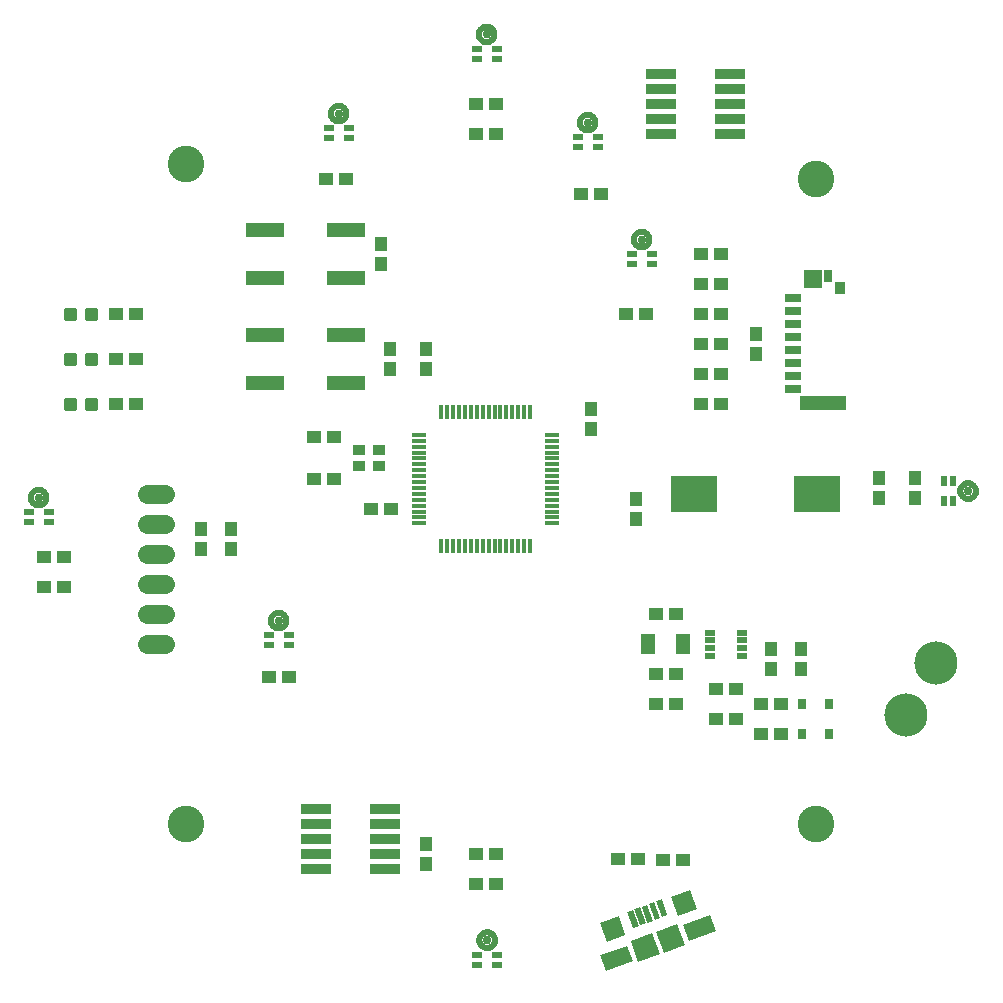
<source format=gbr>
G04 EAGLE Gerber RS-274X export*
G75*
%MOMM*%
%FSLAX34Y34*%
%LPD*%
%INSoldermask Top*%
%IPPOS*%
%AMOC8*
5,1,8,0,0,1.08239X$1,22.5*%
G01*
%ADD10R,1.201600X1.101600*%
%ADD11R,1.101600X1.201600*%
%ADD12C,0.396575*%
%ADD13R,0.731600X0.931600*%
%ADD14C,3.101600*%
%ADD15R,0.950000X0.500000*%
%ADD16R,1.451600X0.501600*%
%ADD17R,1.901600X1.901600*%
%ADD18R,2.401600X1.401600*%
%ADD19R,1.701600X1.701600*%
%ADD20C,3.657600*%
%ADD21R,1.301600X1.701600*%
%ADD22C,0.500000*%
%ADD23R,0.826600X0.623600*%
%ADD24C,0.751600*%
%ADD25R,0.623600X0.826600*%
%ADD26C,1.625600*%
%ADD27R,1.351600X0.701600*%
%ADD28R,3.901600X1.301600*%
%ADD29R,1.501600X1.551600*%
%ADD30R,0.701600X1.101600*%
%ADD31R,0.951600X1.051600*%
%ADD32R,1.301600X0.381600*%
%ADD33R,0.381600X1.301600*%
%ADD34R,2.501600X0.861600*%
%ADD35R,1.001600X0.851600*%
%ADD36R,3.301600X1.301600*%
%ADD37R,3.914400X3.101600*%


D10*
X143900Y-177800D03*
X160900Y-177800D03*
D11*
X266700Y-148200D03*
X266700Y-131200D03*
X241300Y-148200D03*
X241300Y-131200D03*
D10*
X194700Y-165100D03*
X211700Y-165100D03*
X194700Y-190500D03*
X211700Y-190500D03*
D11*
X-50800Y-313300D03*
X-50800Y-296300D03*
D10*
X-80400Y-12700D03*
X-97400Y-12700D03*
D11*
X88900Y55000D03*
X88900Y72000D03*
X363220Y13580D03*
X363220Y-3420D03*
D10*
X-8500Y-304800D03*
X8500Y-304800D03*
X-8500Y-330200D03*
X8500Y-330200D03*
D11*
X332740Y13580D03*
X332740Y-3420D03*
D10*
X-374260Y-53340D03*
X-357260Y-53340D03*
X-374260Y-78740D03*
X-357260Y-78740D03*
X-8500Y304800D03*
X8500Y304800D03*
X80400Y254000D03*
X97400Y254000D03*
X118500Y152400D03*
X135500Y152400D03*
X-183760Y-154940D03*
X-166760Y-154940D03*
X-135500Y266700D03*
X-118500Y266700D03*
X-145660Y48260D03*
X-128660Y48260D03*
X-145660Y12700D03*
X-128660Y12700D03*
D11*
X-215900Y-29600D03*
X-215900Y-46600D03*
X-241300Y-29600D03*
X-241300Y-46600D03*
D10*
X-8500Y330200D03*
X8500Y330200D03*
D11*
X228600Y135500D03*
X228600Y118500D03*
D12*
X-337655Y148875D02*
X-337655Y155925D01*
X-330605Y155925D01*
X-330605Y148875D01*
X-337655Y148875D01*
X-337655Y152643D02*
X-330605Y152643D01*
X-355195Y155925D02*
X-355195Y148875D01*
X-355195Y155925D02*
X-348145Y155925D01*
X-348145Y148875D01*
X-355195Y148875D01*
X-355195Y152643D02*
X-348145Y152643D01*
X-337655Y117825D02*
X-337655Y110775D01*
X-337655Y117825D02*
X-330605Y117825D01*
X-330605Y110775D01*
X-337655Y110775D01*
X-337655Y114543D02*
X-330605Y114543D01*
X-355195Y117825D02*
X-355195Y110775D01*
X-355195Y117825D02*
X-348145Y117825D01*
X-348145Y110775D01*
X-355195Y110775D01*
X-355195Y114543D02*
X-348145Y114543D01*
D13*
X267900Y-177800D03*
X290900Y-177800D03*
X267900Y-203200D03*
X290900Y-203200D03*
D12*
X-337655Y72675D02*
X-337655Y79725D01*
X-330605Y79725D01*
X-330605Y72675D01*
X-337655Y72675D01*
X-337655Y76443D02*
X-330605Y76443D01*
X-355195Y79725D02*
X-355195Y72675D01*
X-355195Y79725D02*
X-348145Y79725D01*
X-348145Y72675D01*
X-355195Y72675D01*
X-355195Y76443D02*
X-348145Y76443D01*
D14*
X-254000Y279400D03*
X-254000Y-279400D03*
X279400Y-279400D03*
X279400Y266700D03*
D15*
X216700Y-136750D03*
X216700Y-130250D03*
X216700Y-123750D03*
X216700Y-117250D03*
X189700Y-117250D03*
X189700Y-123750D03*
X189700Y-130250D03*
X189700Y-136750D03*
X189700Y-117250D03*
X189700Y-123750D03*
X189700Y-130250D03*
X189700Y-136750D03*
D16*
G36*
X124486Y-351991D02*
X129450Y-365631D01*
X124736Y-367347D01*
X119772Y-353707D01*
X124486Y-351991D01*
G37*
G36*
X130594Y-349768D02*
X135558Y-363408D01*
X130844Y-365124D01*
X125880Y-351484D01*
X130594Y-349768D01*
G37*
G36*
X136702Y-347545D02*
X141666Y-361185D01*
X136952Y-362901D01*
X131988Y-349261D01*
X136702Y-347545D01*
G37*
G36*
X142810Y-345321D02*
X147774Y-358961D01*
X143060Y-360677D01*
X138096Y-347037D01*
X142810Y-345321D01*
G37*
G36*
X148918Y-343098D02*
X153882Y-356738D01*
X149168Y-358454D01*
X144204Y-344814D01*
X148918Y-343098D01*
G37*
D17*
G36*
X147270Y-389740D02*
X129402Y-396244D01*
X122898Y-378376D01*
X140766Y-371872D01*
X147270Y-389740D01*
G37*
G36*
X168883Y-381873D02*
X151015Y-388377D01*
X144511Y-370509D01*
X162379Y-364005D01*
X168883Y-381873D01*
G37*
D18*
G36*
X124332Y-395428D02*
X101766Y-403642D01*
X96972Y-390472D01*
X119538Y-382258D01*
X124332Y-395428D01*
G37*
D19*
G36*
X118396Y-373272D02*
X102408Y-379092D01*
X96588Y-363104D01*
X112576Y-357284D01*
X118396Y-373272D01*
G37*
G36*
X178537Y-351382D02*
X162549Y-357202D01*
X156729Y-341214D01*
X172717Y-335394D01*
X178537Y-351382D01*
G37*
D18*
G36*
X194809Y-369777D02*
X172243Y-377991D01*
X167449Y-364821D01*
X190015Y-356607D01*
X194809Y-369777D01*
G37*
D20*
X355600Y-187097D03*
X381000Y-143103D03*
D21*
X167400Y-127000D03*
X137400Y-127000D03*
D22*
X-5805Y389160D02*
X-5803Y389323D01*
X-5797Y389485D01*
X-5787Y389647D01*
X-5773Y389809D01*
X-5755Y389971D01*
X-5733Y390132D01*
X-5707Y390293D01*
X-5678Y390452D01*
X-5644Y390612D01*
X-5606Y390770D01*
X-5565Y390927D01*
X-5520Y391083D01*
X-5471Y391238D01*
X-5418Y391392D01*
X-5361Y391544D01*
X-5301Y391695D01*
X-5237Y391845D01*
X-5169Y391993D01*
X-5098Y392139D01*
X-5023Y392283D01*
X-4944Y392425D01*
X-4862Y392566D01*
X-4777Y392704D01*
X-4688Y392841D01*
X-4596Y392975D01*
X-4501Y393107D01*
X-4403Y393236D01*
X-4301Y393363D01*
X-4197Y393487D01*
X-4089Y393609D01*
X-3978Y393728D01*
X-3865Y393845D01*
X-3748Y393958D01*
X-3629Y394069D01*
X-3507Y394177D01*
X-3383Y394281D01*
X-3256Y394383D01*
X-3127Y394481D01*
X-2995Y394576D01*
X-2861Y394668D01*
X-2724Y394757D01*
X-2586Y394842D01*
X-2445Y394924D01*
X-2303Y395003D01*
X-2159Y395078D01*
X-2013Y395149D01*
X-1865Y395217D01*
X-1715Y395281D01*
X-1564Y395341D01*
X-1412Y395398D01*
X-1258Y395451D01*
X-1103Y395500D01*
X-947Y395545D01*
X-790Y395586D01*
X-632Y395624D01*
X-472Y395658D01*
X-313Y395687D01*
X-152Y395713D01*
X9Y395735D01*
X171Y395753D01*
X333Y395767D01*
X495Y395777D01*
X657Y395783D01*
X820Y395785D01*
X983Y395783D01*
X1145Y395777D01*
X1307Y395767D01*
X1469Y395753D01*
X1631Y395735D01*
X1792Y395713D01*
X1953Y395687D01*
X2112Y395658D01*
X2272Y395624D01*
X2430Y395586D01*
X2587Y395545D01*
X2743Y395500D01*
X2898Y395451D01*
X3052Y395398D01*
X3204Y395341D01*
X3355Y395281D01*
X3505Y395217D01*
X3653Y395149D01*
X3799Y395078D01*
X3943Y395003D01*
X4085Y394924D01*
X4226Y394842D01*
X4364Y394757D01*
X4501Y394668D01*
X4635Y394576D01*
X4767Y394481D01*
X4896Y394383D01*
X5023Y394281D01*
X5147Y394177D01*
X5269Y394069D01*
X5388Y393958D01*
X5505Y393845D01*
X5618Y393728D01*
X5729Y393609D01*
X5837Y393487D01*
X5941Y393363D01*
X6043Y393236D01*
X6141Y393107D01*
X6236Y392975D01*
X6328Y392841D01*
X6417Y392704D01*
X6502Y392566D01*
X6584Y392425D01*
X6663Y392283D01*
X6738Y392139D01*
X6809Y391993D01*
X6877Y391845D01*
X6941Y391695D01*
X7001Y391544D01*
X7058Y391392D01*
X7111Y391238D01*
X7160Y391083D01*
X7205Y390927D01*
X7246Y390770D01*
X7284Y390612D01*
X7318Y390452D01*
X7347Y390293D01*
X7373Y390132D01*
X7395Y389971D01*
X7413Y389809D01*
X7427Y389647D01*
X7437Y389485D01*
X7443Y389323D01*
X7445Y389160D01*
X7443Y388997D01*
X7437Y388835D01*
X7427Y388673D01*
X7413Y388511D01*
X7395Y388349D01*
X7373Y388188D01*
X7347Y388027D01*
X7318Y387868D01*
X7284Y387708D01*
X7246Y387550D01*
X7205Y387393D01*
X7160Y387237D01*
X7111Y387082D01*
X7058Y386928D01*
X7001Y386776D01*
X6941Y386625D01*
X6877Y386475D01*
X6809Y386327D01*
X6738Y386181D01*
X6663Y386037D01*
X6584Y385895D01*
X6502Y385754D01*
X6417Y385616D01*
X6328Y385479D01*
X6236Y385345D01*
X6141Y385213D01*
X6043Y385084D01*
X5941Y384957D01*
X5837Y384833D01*
X5729Y384711D01*
X5618Y384592D01*
X5505Y384475D01*
X5388Y384362D01*
X5269Y384251D01*
X5147Y384143D01*
X5023Y384039D01*
X4896Y383937D01*
X4767Y383839D01*
X4635Y383744D01*
X4501Y383652D01*
X4364Y383563D01*
X4226Y383478D01*
X4085Y383396D01*
X3943Y383317D01*
X3799Y383242D01*
X3653Y383171D01*
X3505Y383103D01*
X3355Y383039D01*
X3204Y382979D01*
X3052Y382922D01*
X2898Y382869D01*
X2743Y382820D01*
X2587Y382775D01*
X2430Y382734D01*
X2272Y382696D01*
X2112Y382662D01*
X1953Y382633D01*
X1792Y382607D01*
X1631Y382585D01*
X1469Y382567D01*
X1307Y382553D01*
X1145Y382543D01*
X983Y382537D01*
X820Y382535D01*
X657Y382537D01*
X495Y382543D01*
X333Y382553D01*
X171Y382567D01*
X9Y382585D01*
X-152Y382607D01*
X-313Y382633D01*
X-472Y382662D01*
X-632Y382696D01*
X-790Y382734D01*
X-947Y382775D01*
X-1103Y382820D01*
X-1258Y382869D01*
X-1412Y382922D01*
X-1564Y382979D01*
X-1715Y383039D01*
X-1865Y383103D01*
X-2013Y383171D01*
X-2159Y383242D01*
X-2303Y383317D01*
X-2445Y383396D01*
X-2586Y383478D01*
X-2724Y383563D01*
X-2861Y383652D01*
X-2995Y383744D01*
X-3127Y383839D01*
X-3256Y383937D01*
X-3383Y384039D01*
X-3507Y384143D01*
X-3629Y384251D01*
X-3748Y384362D01*
X-3865Y384475D01*
X-3978Y384592D01*
X-4089Y384711D01*
X-4197Y384833D01*
X-4301Y384957D01*
X-4403Y385084D01*
X-4501Y385213D01*
X-4596Y385345D01*
X-4688Y385479D01*
X-4777Y385616D01*
X-4862Y385754D01*
X-4944Y385895D01*
X-5023Y386037D01*
X-5098Y386181D01*
X-5169Y386327D01*
X-5237Y386475D01*
X-5301Y386625D01*
X-5361Y386776D01*
X-5418Y386928D01*
X-5471Y387082D01*
X-5520Y387237D01*
X-5565Y387393D01*
X-5606Y387550D01*
X-5644Y387708D01*
X-5678Y387868D01*
X-5707Y388027D01*
X-5733Y388188D01*
X-5755Y388349D01*
X-5773Y388511D01*
X-5787Y388673D01*
X-5797Y388835D01*
X-5803Y388997D01*
X-5805Y389160D01*
D23*
X9195Y368420D03*
X9195Y376640D03*
X-7555Y376640D03*
X-7555Y368420D03*
D24*
X820Y389160D03*
D22*
X401825Y2540D02*
X401827Y2703D01*
X401833Y2865D01*
X401843Y3027D01*
X401857Y3189D01*
X401875Y3351D01*
X401897Y3512D01*
X401923Y3673D01*
X401952Y3832D01*
X401986Y3992D01*
X402024Y4150D01*
X402065Y4307D01*
X402110Y4463D01*
X402159Y4618D01*
X402212Y4772D01*
X402269Y4924D01*
X402329Y5075D01*
X402393Y5225D01*
X402461Y5373D01*
X402532Y5519D01*
X402607Y5663D01*
X402686Y5805D01*
X402768Y5946D01*
X402853Y6084D01*
X402942Y6221D01*
X403034Y6355D01*
X403129Y6487D01*
X403227Y6616D01*
X403329Y6743D01*
X403433Y6867D01*
X403541Y6989D01*
X403652Y7108D01*
X403765Y7225D01*
X403882Y7338D01*
X404001Y7449D01*
X404123Y7557D01*
X404247Y7661D01*
X404374Y7763D01*
X404503Y7861D01*
X404635Y7956D01*
X404769Y8048D01*
X404906Y8137D01*
X405044Y8222D01*
X405185Y8304D01*
X405327Y8383D01*
X405471Y8458D01*
X405617Y8529D01*
X405765Y8597D01*
X405915Y8661D01*
X406066Y8721D01*
X406218Y8778D01*
X406372Y8831D01*
X406527Y8880D01*
X406683Y8925D01*
X406840Y8966D01*
X406998Y9004D01*
X407158Y9038D01*
X407317Y9067D01*
X407478Y9093D01*
X407639Y9115D01*
X407801Y9133D01*
X407963Y9147D01*
X408125Y9157D01*
X408287Y9163D01*
X408450Y9165D01*
X408613Y9163D01*
X408775Y9157D01*
X408937Y9147D01*
X409099Y9133D01*
X409261Y9115D01*
X409422Y9093D01*
X409583Y9067D01*
X409742Y9038D01*
X409902Y9004D01*
X410060Y8966D01*
X410217Y8925D01*
X410373Y8880D01*
X410528Y8831D01*
X410682Y8778D01*
X410834Y8721D01*
X410985Y8661D01*
X411135Y8597D01*
X411283Y8529D01*
X411429Y8458D01*
X411573Y8383D01*
X411715Y8304D01*
X411856Y8222D01*
X411994Y8137D01*
X412131Y8048D01*
X412265Y7956D01*
X412397Y7861D01*
X412526Y7763D01*
X412653Y7661D01*
X412777Y7557D01*
X412899Y7449D01*
X413018Y7338D01*
X413135Y7225D01*
X413248Y7108D01*
X413359Y6989D01*
X413467Y6867D01*
X413571Y6743D01*
X413673Y6616D01*
X413771Y6487D01*
X413866Y6355D01*
X413958Y6221D01*
X414047Y6084D01*
X414132Y5946D01*
X414214Y5805D01*
X414293Y5663D01*
X414368Y5519D01*
X414439Y5373D01*
X414507Y5225D01*
X414571Y5075D01*
X414631Y4924D01*
X414688Y4772D01*
X414741Y4618D01*
X414790Y4463D01*
X414835Y4307D01*
X414876Y4150D01*
X414914Y3992D01*
X414948Y3832D01*
X414977Y3673D01*
X415003Y3512D01*
X415025Y3351D01*
X415043Y3189D01*
X415057Y3027D01*
X415067Y2865D01*
X415073Y2703D01*
X415075Y2540D01*
X415073Y2377D01*
X415067Y2215D01*
X415057Y2053D01*
X415043Y1891D01*
X415025Y1729D01*
X415003Y1568D01*
X414977Y1407D01*
X414948Y1248D01*
X414914Y1088D01*
X414876Y930D01*
X414835Y773D01*
X414790Y617D01*
X414741Y462D01*
X414688Y308D01*
X414631Y156D01*
X414571Y5D01*
X414507Y-145D01*
X414439Y-293D01*
X414368Y-439D01*
X414293Y-583D01*
X414214Y-725D01*
X414132Y-866D01*
X414047Y-1004D01*
X413958Y-1141D01*
X413866Y-1275D01*
X413771Y-1407D01*
X413673Y-1536D01*
X413571Y-1663D01*
X413467Y-1787D01*
X413359Y-1909D01*
X413248Y-2028D01*
X413135Y-2145D01*
X413018Y-2258D01*
X412899Y-2369D01*
X412777Y-2477D01*
X412653Y-2581D01*
X412526Y-2683D01*
X412397Y-2781D01*
X412265Y-2876D01*
X412131Y-2968D01*
X411994Y-3057D01*
X411856Y-3142D01*
X411715Y-3224D01*
X411573Y-3303D01*
X411429Y-3378D01*
X411283Y-3449D01*
X411135Y-3517D01*
X410985Y-3581D01*
X410834Y-3641D01*
X410682Y-3698D01*
X410528Y-3751D01*
X410373Y-3800D01*
X410217Y-3845D01*
X410060Y-3886D01*
X409902Y-3924D01*
X409742Y-3958D01*
X409583Y-3987D01*
X409422Y-4013D01*
X409261Y-4035D01*
X409099Y-4053D01*
X408937Y-4067D01*
X408775Y-4077D01*
X408613Y-4083D01*
X408450Y-4085D01*
X408287Y-4083D01*
X408125Y-4077D01*
X407963Y-4067D01*
X407801Y-4053D01*
X407639Y-4035D01*
X407478Y-4013D01*
X407317Y-3987D01*
X407158Y-3958D01*
X406998Y-3924D01*
X406840Y-3886D01*
X406683Y-3845D01*
X406527Y-3800D01*
X406372Y-3751D01*
X406218Y-3698D01*
X406066Y-3641D01*
X405915Y-3581D01*
X405765Y-3517D01*
X405617Y-3449D01*
X405471Y-3378D01*
X405327Y-3303D01*
X405185Y-3224D01*
X405044Y-3142D01*
X404906Y-3057D01*
X404769Y-2968D01*
X404635Y-2876D01*
X404503Y-2781D01*
X404374Y-2683D01*
X404247Y-2581D01*
X404123Y-2477D01*
X404001Y-2369D01*
X403882Y-2258D01*
X403765Y-2145D01*
X403652Y-2028D01*
X403541Y-1909D01*
X403433Y-1787D01*
X403329Y-1663D01*
X403227Y-1536D01*
X403129Y-1407D01*
X403034Y-1275D01*
X402942Y-1141D01*
X402853Y-1004D01*
X402768Y-866D01*
X402686Y-725D01*
X402607Y-583D01*
X402532Y-439D01*
X402461Y-293D01*
X402393Y-145D01*
X402329Y5D01*
X402269Y156D01*
X402212Y308D01*
X402159Y462D01*
X402110Y617D01*
X402065Y773D01*
X402024Y930D01*
X401986Y1088D01*
X401952Y1248D01*
X401923Y1407D01*
X401897Y1568D01*
X401875Y1729D01*
X401857Y1891D01*
X401843Y2053D01*
X401833Y2215D01*
X401827Y2377D01*
X401825Y2540D01*
D25*
X387710Y-5835D03*
X395930Y-5835D03*
X395930Y10915D03*
X387710Y10915D03*
D24*
X408450Y2540D03*
D22*
X-385085Y-3030D02*
X-385083Y-2867D01*
X-385077Y-2705D01*
X-385067Y-2543D01*
X-385053Y-2381D01*
X-385035Y-2219D01*
X-385013Y-2058D01*
X-384987Y-1897D01*
X-384958Y-1738D01*
X-384924Y-1578D01*
X-384886Y-1420D01*
X-384845Y-1263D01*
X-384800Y-1107D01*
X-384751Y-952D01*
X-384698Y-798D01*
X-384641Y-646D01*
X-384581Y-495D01*
X-384517Y-345D01*
X-384449Y-197D01*
X-384378Y-51D01*
X-384303Y93D01*
X-384224Y235D01*
X-384142Y376D01*
X-384057Y514D01*
X-383968Y651D01*
X-383876Y785D01*
X-383781Y917D01*
X-383683Y1046D01*
X-383581Y1173D01*
X-383477Y1297D01*
X-383369Y1419D01*
X-383258Y1538D01*
X-383145Y1655D01*
X-383028Y1768D01*
X-382909Y1879D01*
X-382787Y1987D01*
X-382663Y2091D01*
X-382536Y2193D01*
X-382407Y2291D01*
X-382275Y2386D01*
X-382141Y2478D01*
X-382004Y2567D01*
X-381866Y2652D01*
X-381725Y2734D01*
X-381583Y2813D01*
X-381439Y2888D01*
X-381293Y2959D01*
X-381145Y3027D01*
X-380995Y3091D01*
X-380844Y3151D01*
X-380692Y3208D01*
X-380538Y3261D01*
X-380383Y3310D01*
X-380227Y3355D01*
X-380070Y3396D01*
X-379912Y3434D01*
X-379752Y3468D01*
X-379593Y3497D01*
X-379432Y3523D01*
X-379271Y3545D01*
X-379109Y3563D01*
X-378947Y3577D01*
X-378785Y3587D01*
X-378623Y3593D01*
X-378460Y3595D01*
X-378297Y3593D01*
X-378135Y3587D01*
X-377973Y3577D01*
X-377811Y3563D01*
X-377649Y3545D01*
X-377488Y3523D01*
X-377327Y3497D01*
X-377168Y3468D01*
X-377008Y3434D01*
X-376850Y3396D01*
X-376693Y3355D01*
X-376537Y3310D01*
X-376382Y3261D01*
X-376228Y3208D01*
X-376076Y3151D01*
X-375925Y3091D01*
X-375775Y3027D01*
X-375627Y2959D01*
X-375481Y2888D01*
X-375337Y2813D01*
X-375195Y2734D01*
X-375054Y2652D01*
X-374916Y2567D01*
X-374779Y2478D01*
X-374645Y2386D01*
X-374513Y2291D01*
X-374384Y2193D01*
X-374257Y2091D01*
X-374133Y1987D01*
X-374011Y1879D01*
X-373892Y1768D01*
X-373775Y1655D01*
X-373662Y1538D01*
X-373551Y1419D01*
X-373443Y1297D01*
X-373339Y1173D01*
X-373237Y1046D01*
X-373139Y917D01*
X-373044Y785D01*
X-372952Y651D01*
X-372863Y514D01*
X-372778Y376D01*
X-372696Y235D01*
X-372617Y93D01*
X-372542Y-51D01*
X-372471Y-197D01*
X-372403Y-345D01*
X-372339Y-495D01*
X-372279Y-646D01*
X-372222Y-798D01*
X-372169Y-952D01*
X-372120Y-1107D01*
X-372075Y-1263D01*
X-372034Y-1420D01*
X-371996Y-1578D01*
X-371962Y-1738D01*
X-371933Y-1897D01*
X-371907Y-2058D01*
X-371885Y-2219D01*
X-371867Y-2381D01*
X-371853Y-2543D01*
X-371843Y-2705D01*
X-371837Y-2867D01*
X-371835Y-3030D01*
X-371837Y-3193D01*
X-371843Y-3355D01*
X-371853Y-3517D01*
X-371867Y-3679D01*
X-371885Y-3841D01*
X-371907Y-4002D01*
X-371933Y-4163D01*
X-371962Y-4322D01*
X-371996Y-4482D01*
X-372034Y-4640D01*
X-372075Y-4797D01*
X-372120Y-4953D01*
X-372169Y-5108D01*
X-372222Y-5262D01*
X-372279Y-5414D01*
X-372339Y-5565D01*
X-372403Y-5715D01*
X-372471Y-5863D01*
X-372542Y-6009D01*
X-372617Y-6153D01*
X-372696Y-6295D01*
X-372778Y-6436D01*
X-372863Y-6574D01*
X-372952Y-6711D01*
X-373044Y-6845D01*
X-373139Y-6977D01*
X-373237Y-7106D01*
X-373339Y-7233D01*
X-373443Y-7357D01*
X-373551Y-7479D01*
X-373662Y-7598D01*
X-373775Y-7715D01*
X-373892Y-7828D01*
X-374011Y-7939D01*
X-374133Y-8047D01*
X-374257Y-8151D01*
X-374384Y-8253D01*
X-374513Y-8351D01*
X-374645Y-8446D01*
X-374779Y-8538D01*
X-374916Y-8627D01*
X-375054Y-8712D01*
X-375195Y-8794D01*
X-375337Y-8873D01*
X-375481Y-8948D01*
X-375627Y-9019D01*
X-375775Y-9087D01*
X-375925Y-9151D01*
X-376076Y-9211D01*
X-376228Y-9268D01*
X-376382Y-9321D01*
X-376537Y-9370D01*
X-376693Y-9415D01*
X-376850Y-9456D01*
X-377008Y-9494D01*
X-377168Y-9528D01*
X-377327Y-9557D01*
X-377488Y-9583D01*
X-377649Y-9605D01*
X-377811Y-9623D01*
X-377973Y-9637D01*
X-378135Y-9647D01*
X-378297Y-9653D01*
X-378460Y-9655D01*
X-378623Y-9653D01*
X-378785Y-9647D01*
X-378947Y-9637D01*
X-379109Y-9623D01*
X-379271Y-9605D01*
X-379432Y-9583D01*
X-379593Y-9557D01*
X-379752Y-9528D01*
X-379912Y-9494D01*
X-380070Y-9456D01*
X-380227Y-9415D01*
X-380383Y-9370D01*
X-380538Y-9321D01*
X-380692Y-9268D01*
X-380844Y-9211D01*
X-380995Y-9151D01*
X-381145Y-9087D01*
X-381293Y-9019D01*
X-381439Y-8948D01*
X-381583Y-8873D01*
X-381725Y-8794D01*
X-381866Y-8712D01*
X-382004Y-8627D01*
X-382141Y-8538D01*
X-382275Y-8446D01*
X-382407Y-8351D01*
X-382536Y-8253D01*
X-382663Y-8151D01*
X-382787Y-8047D01*
X-382909Y-7939D01*
X-383028Y-7828D01*
X-383145Y-7715D01*
X-383258Y-7598D01*
X-383369Y-7479D01*
X-383477Y-7357D01*
X-383581Y-7233D01*
X-383683Y-7106D01*
X-383781Y-6977D01*
X-383876Y-6845D01*
X-383968Y-6711D01*
X-384057Y-6574D01*
X-384142Y-6436D01*
X-384224Y-6295D01*
X-384303Y-6153D01*
X-384378Y-6009D01*
X-384449Y-5863D01*
X-384517Y-5715D01*
X-384581Y-5565D01*
X-384641Y-5414D01*
X-384698Y-5262D01*
X-384751Y-5108D01*
X-384800Y-4953D01*
X-384845Y-4797D01*
X-384886Y-4640D01*
X-384924Y-4482D01*
X-384958Y-4322D01*
X-384987Y-4163D01*
X-385013Y-4002D01*
X-385035Y-3841D01*
X-385053Y-3679D01*
X-385067Y-3517D01*
X-385077Y-3355D01*
X-385083Y-3193D01*
X-385085Y-3030D01*
D23*
X-370085Y-23770D03*
X-370085Y-15550D03*
X-386835Y-15550D03*
X-386835Y-23770D03*
D24*
X-378460Y-3030D03*
D22*
X-5355Y-377680D02*
X-5353Y-377517D01*
X-5347Y-377355D01*
X-5337Y-377193D01*
X-5323Y-377031D01*
X-5305Y-376869D01*
X-5283Y-376708D01*
X-5257Y-376547D01*
X-5228Y-376388D01*
X-5194Y-376228D01*
X-5156Y-376070D01*
X-5115Y-375913D01*
X-5070Y-375757D01*
X-5021Y-375602D01*
X-4968Y-375448D01*
X-4911Y-375296D01*
X-4851Y-375145D01*
X-4787Y-374995D01*
X-4719Y-374847D01*
X-4648Y-374701D01*
X-4573Y-374557D01*
X-4494Y-374415D01*
X-4412Y-374274D01*
X-4327Y-374136D01*
X-4238Y-373999D01*
X-4146Y-373865D01*
X-4051Y-373733D01*
X-3953Y-373604D01*
X-3851Y-373477D01*
X-3747Y-373353D01*
X-3639Y-373231D01*
X-3528Y-373112D01*
X-3415Y-372995D01*
X-3298Y-372882D01*
X-3179Y-372771D01*
X-3057Y-372663D01*
X-2933Y-372559D01*
X-2806Y-372457D01*
X-2677Y-372359D01*
X-2545Y-372264D01*
X-2411Y-372172D01*
X-2274Y-372083D01*
X-2136Y-371998D01*
X-1995Y-371916D01*
X-1853Y-371837D01*
X-1709Y-371762D01*
X-1563Y-371691D01*
X-1415Y-371623D01*
X-1265Y-371559D01*
X-1114Y-371499D01*
X-962Y-371442D01*
X-808Y-371389D01*
X-653Y-371340D01*
X-497Y-371295D01*
X-340Y-371254D01*
X-182Y-371216D01*
X-22Y-371182D01*
X137Y-371153D01*
X298Y-371127D01*
X459Y-371105D01*
X621Y-371087D01*
X783Y-371073D01*
X945Y-371063D01*
X1107Y-371057D01*
X1270Y-371055D01*
X1433Y-371057D01*
X1595Y-371063D01*
X1757Y-371073D01*
X1919Y-371087D01*
X2081Y-371105D01*
X2242Y-371127D01*
X2403Y-371153D01*
X2562Y-371182D01*
X2722Y-371216D01*
X2880Y-371254D01*
X3037Y-371295D01*
X3193Y-371340D01*
X3348Y-371389D01*
X3502Y-371442D01*
X3654Y-371499D01*
X3805Y-371559D01*
X3955Y-371623D01*
X4103Y-371691D01*
X4249Y-371762D01*
X4393Y-371837D01*
X4535Y-371916D01*
X4676Y-371998D01*
X4814Y-372083D01*
X4951Y-372172D01*
X5085Y-372264D01*
X5217Y-372359D01*
X5346Y-372457D01*
X5473Y-372559D01*
X5597Y-372663D01*
X5719Y-372771D01*
X5838Y-372882D01*
X5955Y-372995D01*
X6068Y-373112D01*
X6179Y-373231D01*
X6287Y-373353D01*
X6391Y-373477D01*
X6493Y-373604D01*
X6591Y-373733D01*
X6686Y-373865D01*
X6778Y-373999D01*
X6867Y-374136D01*
X6952Y-374274D01*
X7034Y-374415D01*
X7113Y-374557D01*
X7188Y-374701D01*
X7259Y-374847D01*
X7327Y-374995D01*
X7391Y-375145D01*
X7451Y-375296D01*
X7508Y-375448D01*
X7561Y-375602D01*
X7610Y-375757D01*
X7655Y-375913D01*
X7696Y-376070D01*
X7734Y-376228D01*
X7768Y-376388D01*
X7797Y-376547D01*
X7823Y-376708D01*
X7845Y-376869D01*
X7863Y-377031D01*
X7877Y-377193D01*
X7887Y-377355D01*
X7893Y-377517D01*
X7895Y-377680D01*
X7893Y-377843D01*
X7887Y-378005D01*
X7877Y-378167D01*
X7863Y-378329D01*
X7845Y-378491D01*
X7823Y-378652D01*
X7797Y-378813D01*
X7768Y-378972D01*
X7734Y-379132D01*
X7696Y-379290D01*
X7655Y-379447D01*
X7610Y-379603D01*
X7561Y-379758D01*
X7508Y-379912D01*
X7451Y-380064D01*
X7391Y-380215D01*
X7327Y-380365D01*
X7259Y-380513D01*
X7188Y-380659D01*
X7113Y-380803D01*
X7034Y-380945D01*
X6952Y-381086D01*
X6867Y-381224D01*
X6778Y-381361D01*
X6686Y-381495D01*
X6591Y-381627D01*
X6493Y-381756D01*
X6391Y-381883D01*
X6287Y-382007D01*
X6179Y-382129D01*
X6068Y-382248D01*
X5955Y-382365D01*
X5838Y-382478D01*
X5719Y-382589D01*
X5597Y-382697D01*
X5473Y-382801D01*
X5346Y-382903D01*
X5217Y-383001D01*
X5085Y-383096D01*
X4951Y-383188D01*
X4814Y-383277D01*
X4676Y-383362D01*
X4535Y-383444D01*
X4393Y-383523D01*
X4249Y-383598D01*
X4103Y-383669D01*
X3955Y-383737D01*
X3805Y-383801D01*
X3654Y-383861D01*
X3502Y-383918D01*
X3348Y-383971D01*
X3193Y-384020D01*
X3037Y-384065D01*
X2880Y-384106D01*
X2722Y-384144D01*
X2562Y-384178D01*
X2403Y-384207D01*
X2242Y-384233D01*
X2081Y-384255D01*
X1919Y-384273D01*
X1757Y-384287D01*
X1595Y-384297D01*
X1433Y-384303D01*
X1270Y-384305D01*
X1107Y-384303D01*
X945Y-384297D01*
X783Y-384287D01*
X621Y-384273D01*
X459Y-384255D01*
X298Y-384233D01*
X137Y-384207D01*
X-22Y-384178D01*
X-182Y-384144D01*
X-340Y-384106D01*
X-497Y-384065D01*
X-653Y-384020D01*
X-808Y-383971D01*
X-962Y-383918D01*
X-1114Y-383861D01*
X-1265Y-383801D01*
X-1415Y-383737D01*
X-1563Y-383669D01*
X-1709Y-383598D01*
X-1853Y-383523D01*
X-1995Y-383444D01*
X-2136Y-383362D01*
X-2274Y-383277D01*
X-2411Y-383188D01*
X-2545Y-383096D01*
X-2677Y-383001D01*
X-2806Y-382903D01*
X-2933Y-382801D01*
X-3057Y-382697D01*
X-3179Y-382589D01*
X-3298Y-382478D01*
X-3415Y-382365D01*
X-3528Y-382248D01*
X-3639Y-382129D01*
X-3747Y-382007D01*
X-3851Y-381883D01*
X-3953Y-381756D01*
X-4051Y-381627D01*
X-4146Y-381495D01*
X-4238Y-381361D01*
X-4327Y-381224D01*
X-4412Y-381086D01*
X-4494Y-380945D01*
X-4573Y-380803D01*
X-4648Y-380659D01*
X-4719Y-380513D01*
X-4787Y-380365D01*
X-4851Y-380215D01*
X-4911Y-380064D01*
X-4968Y-379912D01*
X-5021Y-379758D01*
X-5070Y-379603D01*
X-5115Y-379447D01*
X-5156Y-379290D01*
X-5194Y-379132D01*
X-5228Y-378972D01*
X-5257Y-378813D01*
X-5283Y-378652D01*
X-5305Y-378491D01*
X-5323Y-378329D01*
X-5337Y-378167D01*
X-5347Y-378005D01*
X-5353Y-377843D01*
X-5355Y-377680D01*
D23*
X9645Y-398420D03*
X9645Y-390200D03*
X-7105Y-390200D03*
X-7105Y-398420D03*
D24*
X1270Y-377680D03*
D22*
X79735Y314470D02*
X79737Y314633D01*
X79743Y314795D01*
X79753Y314957D01*
X79767Y315119D01*
X79785Y315281D01*
X79807Y315442D01*
X79833Y315603D01*
X79862Y315762D01*
X79896Y315922D01*
X79934Y316080D01*
X79975Y316237D01*
X80020Y316393D01*
X80069Y316548D01*
X80122Y316702D01*
X80179Y316854D01*
X80239Y317005D01*
X80303Y317155D01*
X80371Y317303D01*
X80442Y317449D01*
X80517Y317593D01*
X80596Y317735D01*
X80678Y317876D01*
X80763Y318014D01*
X80852Y318151D01*
X80944Y318285D01*
X81039Y318417D01*
X81137Y318546D01*
X81239Y318673D01*
X81343Y318797D01*
X81451Y318919D01*
X81562Y319038D01*
X81675Y319155D01*
X81792Y319268D01*
X81911Y319379D01*
X82033Y319487D01*
X82157Y319591D01*
X82284Y319693D01*
X82413Y319791D01*
X82545Y319886D01*
X82679Y319978D01*
X82816Y320067D01*
X82954Y320152D01*
X83095Y320234D01*
X83237Y320313D01*
X83381Y320388D01*
X83527Y320459D01*
X83675Y320527D01*
X83825Y320591D01*
X83976Y320651D01*
X84128Y320708D01*
X84282Y320761D01*
X84437Y320810D01*
X84593Y320855D01*
X84750Y320896D01*
X84908Y320934D01*
X85068Y320968D01*
X85227Y320997D01*
X85388Y321023D01*
X85549Y321045D01*
X85711Y321063D01*
X85873Y321077D01*
X86035Y321087D01*
X86197Y321093D01*
X86360Y321095D01*
X86523Y321093D01*
X86685Y321087D01*
X86847Y321077D01*
X87009Y321063D01*
X87171Y321045D01*
X87332Y321023D01*
X87493Y320997D01*
X87652Y320968D01*
X87812Y320934D01*
X87970Y320896D01*
X88127Y320855D01*
X88283Y320810D01*
X88438Y320761D01*
X88592Y320708D01*
X88744Y320651D01*
X88895Y320591D01*
X89045Y320527D01*
X89193Y320459D01*
X89339Y320388D01*
X89483Y320313D01*
X89625Y320234D01*
X89766Y320152D01*
X89904Y320067D01*
X90041Y319978D01*
X90175Y319886D01*
X90307Y319791D01*
X90436Y319693D01*
X90563Y319591D01*
X90687Y319487D01*
X90809Y319379D01*
X90928Y319268D01*
X91045Y319155D01*
X91158Y319038D01*
X91269Y318919D01*
X91377Y318797D01*
X91481Y318673D01*
X91583Y318546D01*
X91681Y318417D01*
X91776Y318285D01*
X91868Y318151D01*
X91957Y318014D01*
X92042Y317876D01*
X92124Y317735D01*
X92203Y317593D01*
X92278Y317449D01*
X92349Y317303D01*
X92417Y317155D01*
X92481Y317005D01*
X92541Y316854D01*
X92598Y316702D01*
X92651Y316548D01*
X92700Y316393D01*
X92745Y316237D01*
X92786Y316080D01*
X92824Y315922D01*
X92858Y315762D01*
X92887Y315603D01*
X92913Y315442D01*
X92935Y315281D01*
X92953Y315119D01*
X92967Y314957D01*
X92977Y314795D01*
X92983Y314633D01*
X92985Y314470D01*
X92983Y314307D01*
X92977Y314145D01*
X92967Y313983D01*
X92953Y313821D01*
X92935Y313659D01*
X92913Y313498D01*
X92887Y313337D01*
X92858Y313178D01*
X92824Y313018D01*
X92786Y312860D01*
X92745Y312703D01*
X92700Y312547D01*
X92651Y312392D01*
X92598Y312238D01*
X92541Y312086D01*
X92481Y311935D01*
X92417Y311785D01*
X92349Y311637D01*
X92278Y311491D01*
X92203Y311347D01*
X92124Y311205D01*
X92042Y311064D01*
X91957Y310926D01*
X91868Y310789D01*
X91776Y310655D01*
X91681Y310523D01*
X91583Y310394D01*
X91481Y310267D01*
X91377Y310143D01*
X91269Y310021D01*
X91158Y309902D01*
X91045Y309785D01*
X90928Y309672D01*
X90809Y309561D01*
X90687Y309453D01*
X90563Y309349D01*
X90436Y309247D01*
X90307Y309149D01*
X90175Y309054D01*
X90041Y308962D01*
X89904Y308873D01*
X89766Y308788D01*
X89625Y308706D01*
X89483Y308627D01*
X89339Y308552D01*
X89193Y308481D01*
X89045Y308413D01*
X88895Y308349D01*
X88744Y308289D01*
X88592Y308232D01*
X88438Y308179D01*
X88283Y308130D01*
X88127Y308085D01*
X87970Y308044D01*
X87812Y308006D01*
X87652Y307972D01*
X87493Y307943D01*
X87332Y307917D01*
X87171Y307895D01*
X87009Y307877D01*
X86847Y307863D01*
X86685Y307853D01*
X86523Y307847D01*
X86360Y307845D01*
X86197Y307847D01*
X86035Y307853D01*
X85873Y307863D01*
X85711Y307877D01*
X85549Y307895D01*
X85388Y307917D01*
X85227Y307943D01*
X85068Y307972D01*
X84908Y308006D01*
X84750Y308044D01*
X84593Y308085D01*
X84437Y308130D01*
X84282Y308179D01*
X84128Y308232D01*
X83976Y308289D01*
X83825Y308349D01*
X83675Y308413D01*
X83527Y308481D01*
X83381Y308552D01*
X83237Y308627D01*
X83095Y308706D01*
X82954Y308788D01*
X82816Y308873D01*
X82679Y308962D01*
X82545Y309054D01*
X82413Y309149D01*
X82284Y309247D01*
X82157Y309349D01*
X82033Y309453D01*
X81911Y309561D01*
X81792Y309672D01*
X81675Y309785D01*
X81562Y309902D01*
X81451Y310021D01*
X81343Y310143D01*
X81239Y310267D01*
X81137Y310394D01*
X81039Y310523D01*
X80944Y310655D01*
X80852Y310789D01*
X80763Y310926D01*
X80678Y311064D01*
X80596Y311205D01*
X80517Y311347D01*
X80442Y311491D01*
X80371Y311637D01*
X80303Y311785D01*
X80239Y311935D01*
X80179Y312086D01*
X80122Y312238D01*
X80069Y312392D01*
X80020Y312547D01*
X79975Y312703D01*
X79934Y312860D01*
X79896Y313018D01*
X79862Y313178D01*
X79833Y313337D01*
X79807Y313498D01*
X79785Y313659D01*
X79767Y313821D01*
X79753Y313983D01*
X79743Y314145D01*
X79737Y314307D01*
X79735Y314470D01*
D23*
X94735Y293730D03*
X94735Y301950D03*
X77985Y301950D03*
X77985Y293730D03*
D24*
X86360Y314470D03*
D22*
X125455Y215410D02*
X125457Y215573D01*
X125463Y215735D01*
X125473Y215897D01*
X125487Y216059D01*
X125505Y216221D01*
X125527Y216382D01*
X125553Y216543D01*
X125582Y216702D01*
X125616Y216862D01*
X125654Y217020D01*
X125695Y217177D01*
X125740Y217333D01*
X125789Y217488D01*
X125842Y217642D01*
X125899Y217794D01*
X125959Y217945D01*
X126023Y218095D01*
X126091Y218243D01*
X126162Y218389D01*
X126237Y218533D01*
X126316Y218675D01*
X126398Y218816D01*
X126483Y218954D01*
X126572Y219091D01*
X126664Y219225D01*
X126759Y219357D01*
X126857Y219486D01*
X126959Y219613D01*
X127063Y219737D01*
X127171Y219859D01*
X127282Y219978D01*
X127395Y220095D01*
X127512Y220208D01*
X127631Y220319D01*
X127753Y220427D01*
X127877Y220531D01*
X128004Y220633D01*
X128133Y220731D01*
X128265Y220826D01*
X128399Y220918D01*
X128536Y221007D01*
X128674Y221092D01*
X128815Y221174D01*
X128957Y221253D01*
X129101Y221328D01*
X129247Y221399D01*
X129395Y221467D01*
X129545Y221531D01*
X129696Y221591D01*
X129848Y221648D01*
X130002Y221701D01*
X130157Y221750D01*
X130313Y221795D01*
X130470Y221836D01*
X130628Y221874D01*
X130788Y221908D01*
X130947Y221937D01*
X131108Y221963D01*
X131269Y221985D01*
X131431Y222003D01*
X131593Y222017D01*
X131755Y222027D01*
X131917Y222033D01*
X132080Y222035D01*
X132243Y222033D01*
X132405Y222027D01*
X132567Y222017D01*
X132729Y222003D01*
X132891Y221985D01*
X133052Y221963D01*
X133213Y221937D01*
X133372Y221908D01*
X133532Y221874D01*
X133690Y221836D01*
X133847Y221795D01*
X134003Y221750D01*
X134158Y221701D01*
X134312Y221648D01*
X134464Y221591D01*
X134615Y221531D01*
X134765Y221467D01*
X134913Y221399D01*
X135059Y221328D01*
X135203Y221253D01*
X135345Y221174D01*
X135486Y221092D01*
X135624Y221007D01*
X135761Y220918D01*
X135895Y220826D01*
X136027Y220731D01*
X136156Y220633D01*
X136283Y220531D01*
X136407Y220427D01*
X136529Y220319D01*
X136648Y220208D01*
X136765Y220095D01*
X136878Y219978D01*
X136989Y219859D01*
X137097Y219737D01*
X137201Y219613D01*
X137303Y219486D01*
X137401Y219357D01*
X137496Y219225D01*
X137588Y219091D01*
X137677Y218954D01*
X137762Y218816D01*
X137844Y218675D01*
X137923Y218533D01*
X137998Y218389D01*
X138069Y218243D01*
X138137Y218095D01*
X138201Y217945D01*
X138261Y217794D01*
X138318Y217642D01*
X138371Y217488D01*
X138420Y217333D01*
X138465Y217177D01*
X138506Y217020D01*
X138544Y216862D01*
X138578Y216702D01*
X138607Y216543D01*
X138633Y216382D01*
X138655Y216221D01*
X138673Y216059D01*
X138687Y215897D01*
X138697Y215735D01*
X138703Y215573D01*
X138705Y215410D01*
X138703Y215247D01*
X138697Y215085D01*
X138687Y214923D01*
X138673Y214761D01*
X138655Y214599D01*
X138633Y214438D01*
X138607Y214277D01*
X138578Y214118D01*
X138544Y213958D01*
X138506Y213800D01*
X138465Y213643D01*
X138420Y213487D01*
X138371Y213332D01*
X138318Y213178D01*
X138261Y213026D01*
X138201Y212875D01*
X138137Y212725D01*
X138069Y212577D01*
X137998Y212431D01*
X137923Y212287D01*
X137844Y212145D01*
X137762Y212004D01*
X137677Y211866D01*
X137588Y211729D01*
X137496Y211595D01*
X137401Y211463D01*
X137303Y211334D01*
X137201Y211207D01*
X137097Y211083D01*
X136989Y210961D01*
X136878Y210842D01*
X136765Y210725D01*
X136648Y210612D01*
X136529Y210501D01*
X136407Y210393D01*
X136283Y210289D01*
X136156Y210187D01*
X136027Y210089D01*
X135895Y209994D01*
X135761Y209902D01*
X135624Y209813D01*
X135486Y209728D01*
X135345Y209646D01*
X135203Y209567D01*
X135059Y209492D01*
X134913Y209421D01*
X134765Y209353D01*
X134615Y209289D01*
X134464Y209229D01*
X134312Y209172D01*
X134158Y209119D01*
X134003Y209070D01*
X133847Y209025D01*
X133690Y208984D01*
X133532Y208946D01*
X133372Y208912D01*
X133213Y208883D01*
X133052Y208857D01*
X132891Y208835D01*
X132729Y208817D01*
X132567Y208803D01*
X132405Y208793D01*
X132243Y208787D01*
X132080Y208785D01*
X131917Y208787D01*
X131755Y208793D01*
X131593Y208803D01*
X131431Y208817D01*
X131269Y208835D01*
X131108Y208857D01*
X130947Y208883D01*
X130788Y208912D01*
X130628Y208946D01*
X130470Y208984D01*
X130313Y209025D01*
X130157Y209070D01*
X130002Y209119D01*
X129848Y209172D01*
X129696Y209229D01*
X129545Y209289D01*
X129395Y209353D01*
X129247Y209421D01*
X129101Y209492D01*
X128957Y209567D01*
X128815Y209646D01*
X128674Y209728D01*
X128536Y209813D01*
X128399Y209902D01*
X128265Y209994D01*
X128133Y210089D01*
X128004Y210187D01*
X127877Y210289D01*
X127753Y210393D01*
X127631Y210501D01*
X127512Y210612D01*
X127395Y210725D01*
X127282Y210842D01*
X127171Y210961D01*
X127063Y211083D01*
X126959Y211207D01*
X126857Y211334D01*
X126759Y211463D01*
X126664Y211595D01*
X126572Y211729D01*
X126483Y211866D01*
X126398Y212004D01*
X126316Y212145D01*
X126237Y212287D01*
X126162Y212431D01*
X126091Y212577D01*
X126023Y212725D01*
X125959Y212875D01*
X125899Y213026D01*
X125842Y213178D01*
X125789Y213332D01*
X125740Y213487D01*
X125695Y213643D01*
X125654Y213800D01*
X125616Y213958D01*
X125582Y214118D01*
X125553Y214277D01*
X125527Y214438D01*
X125505Y214599D01*
X125487Y214761D01*
X125473Y214923D01*
X125463Y215085D01*
X125457Y215247D01*
X125455Y215410D01*
D23*
X140455Y194670D03*
X140455Y202890D03*
X123705Y202890D03*
X123705Y194670D03*
D24*
X132080Y215410D03*
D22*
X-181885Y-107170D02*
X-181883Y-107007D01*
X-181877Y-106845D01*
X-181867Y-106683D01*
X-181853Y-106521D01*
X-181835Y-106359D01*
X-181813Y-106198D01*
X-181787Y-106037D01*
X-181758Y-105878D01*
X-181724Y-105718D01*
X-181686Y-105560D01*
X-181645Y-105403D01*
X-181600Y-105247D01*
X-181551Y-105092D01*
X-181498Y-104938D01*
X-181441Y-104786D01*
X-181381Y-104635D01*
X-181317Y-104485D01*
X-181249Y-104337D01*
X-181178Y-104191D01*
X-181103Y-104047D01*
X-181024Y-103905D01*
X-180942Y-103764D01*
X-180857Y-103626D01*
X-180768Y-103489D01*
X-180676Y-103355D01*
X-180581Y-103223D01*
X-180483Y-103094D01*
X-180381Y-102967D01*
X-180277Y-102843D01*
X-180169Y-102721D01*
X-180058Y-102602D01*
X-179945Y-102485D01*
X-179828Y-102372D01*
X-179709Y-102261D01*
X-179587Y-102153D01*
X-179463Y-102049D01*
X-179336Y-101947D01*
X-179207Y-101849D01*
X-179075Y-101754D01*
X-178941Y-101662D01*
X-178804Y-101573D01*
X-178666Y-101488D01*
X-178525Y-101406D01*
X-178383Y-101327D01*
X-178239Y-101252D01*
X-178093Y-101181D01*
X-177945Y-101113D01*
X-177795Y-101049D01*
X-177644Y-100989D01*
X-177492Y-100932D01*
X-177338Y-100879D01*
X-177183Y-100830D01*
X-177027Y-100785D01*
X-176870Y-100744D01*
X-176712Y-100706D01*
X-176552Y-100672D01*
X-176393Y-100643D01*
X-176232Y-100617D01*
X-176071Y-100595D01*
X-175909Y-100577D01*
X-175747Y-100563D01*
X-175585Y-100553D01*
X-175423Y-100547D01*
X-175260Y-100545D01*
X-175097Y-100547D01*
X-174935Y-100553D01*
X-174773Y-100563D01*
X-174611Y-100577D01*
X-174449Y-100595D01*
X-174288Y-100617D01*
X-174127Y-100643D01*
X-173968Y-100672D01*
X-173808Y-100706D01*
X-173650Y-100744D01*
X-173493Y-100785D01*
X-173337Y-100830D01*
X-173182Y-100879D01*
X-173028Y-100932D01*
X-172876Y-100989D01*
X-172725Y-101049D01*
X-172575Y-101113D01*
X-172427Y-101181D01*
X-172281Y-101252D01*
X-172137Y-101327D01*
X-171995Y-101406D01*
X-171854Y-101488D01*
X-171716Y-101573D01*
X-171579Y-101662D01*
X-171445Y-101754D01*
X-171313Y-101849D01*
X-171184Y-101947D01*
X-171057Y-102049D01*
X-170933Y-102153D01*
X-170811Y-102261D01*
X-170692Y-102372D01*
X-170575Y-102485D01*
X-170462Y-102602D01*
X-170351Y-102721D01*
X-170243Y-102843D01*
X-170139Y-102967D01*
X-170037Y-103094D01*
X-169939Y-103223D01*
X-169844Y-103355D01*
X-169752Y-103489D01*
X-169663Y-103626D01*
X-169578Y-103764D01*
X-169496Y-103905D01*
X-169417Y-104047D01*
X-169342Y-104191D01*
X-169271Y-104337D01*
X-169203Y-104485D01*
X-169139Y-104635D01*
X-169079Y-104786D01*
X-169022Y-104938D01*
X-168969Y-105092D01*
X-168920Y-105247D01*
X-168875Y-105403D01*
X-168834Y-105560D01*
X-168796Y-105718D01*
X-168762Y-105878D01*
X-168733Y-106037D01*
X-168707Y-106198D01*
X-168685Y-106359D01*
X-168667Y-106521D01*
X-168653Y-106683D01*
X-168643Y-106845D01*
X-168637Y-107007D01*
X-168635Y-107170D01*
X-168637Y-107333D01*
X-168643Y-107495D01*
X-168653Y-107657D01*
X-168667Y-107819D01*
X-168685Y-107981D01*
X-168707Y-108142D01*
X-168733Y-108303D01*
X-168762Y-108462D01*
X-168796Y-108622D01*
X-168834Y-108780D01*
X-168875Y-108937D01*
X-168920Y-109093D01*
X-168969Y-109248D01*
X-169022Y-109402D01*
X-169079Y-109554D01*
X-169139Y-109705D01*
X-169203Y-109855D01*
X-169271Y-110003D01*
X-169342Y-110149D01*
X-169417Y-110293D01*
X-169496Y-110435D01*
X-169578Y-110576D01*
X-169663Y-110714D01*
X-169752Y-110851D01*
X-169844Y-110985D01*
X-169939Y-111117D01*
X-170037Y-111246D01*
X-170139Y-111373D01*
X-170243Y-111497D01*
X-170351Y-111619D01*
X-170462Y-111738D01*
X-170575Y-111855D01*
X-170692Y-111968D01*
X-170811Y-112079D01*
X-170933Y-112187D01*
X-171057Y-112291D01*
X-171184Y-112393D01*
X-171313Y-112491D01*
X-171445Y-112586D01*
X-171579Y-112678D01*
X-171716Y-112767D01*
X-171854Y-112852D01*
X-171995Y-112934D01*
X-172137Y-113013D01*
X-172281Y-113088D01*
X-172427Y-113159D01*
X-172575Y-113227D01*
X-172725Y-113291D01*
X-172876Y-113351D01*
X-173028Y-113408D01*
X-173182Y-113461D01*
X-173337Y-113510D01*
X-173493Y-113555D01*
X-173650Y-113596D01*
X-173808Y-113634D01*
X-173968Y-113668D01*
X-174127Y-113697D01*
X-174288Y-113723D01*
X-174449Y-113745D01*
X-174611Y-113763D01*
X-174773Y-113777D01*
X-174935Y-113787D01*
X-175097Y-113793D01*
X-175260Y-113795D01*
X-175423Y-113793D01*
X-175585Y-113787D01*
X-175747Y-113777D01*
X-175909Y-113763D01*
X-176071Y-113745D01*
X-176232Y-113723D01*
X-176393Y-113697D01*
X-176552Y-113668D01*
X-176712Y-113634D01*
X-176870Y-113596D01*
X-177027Y-113555D01*
X-177183Y-113510D01*
X-177338Y-113461D01*
X-177492Y-113408D01*
X-177644Y-113351D01*
X-177795Y-113291D01*
X-177945Y-113227D01*
X-178093Y-113159D01*
X-178239Y-113088D01*
X-178383Y-113013D01*
X-178525Y-112934D01*
X-178666Y-112852D01*
X-178804Y-112767D01*
X-178941Y-112678D01*
X-179075Y-112586D01*
X-179207Y-112491D01*
X-179336Y-112393D01*
X-179463Y-112291D01*
X-179587Y-112187D01*
X-179709Y-112079D01*
X-179828Y-111968D01*
X-179945Y-111855D01*
X-180058Y-111738D01*
X-180169Y-111619D01*
X-180277Y-111497D01*
X-180381Y-111373D01*
X-180483Y-111246D01*
X-180581Y-111117D01*
X-180676Y-110985D01*
X-180768Y-110851D01*
X-180857Y-110714D01*
X-180942Y-110576D01*
X-181024Y-110435D01*
X-181103Y-110293D01*
X-181178Y-110149D01*
X-181249Y-110003D01*
X-181317Y-109855D01*
X-181381Y-109705D01*
X-181441Y-109554D01*
X-181498Y-109402D01*
X-181551Y-109248D01*
X-181600Y-109093D01*
X-181645Y-108937D01*
X-181686Y-108780D01*
X-181724Y-108622D01*
X-181758Y-108462D01*
X-181787Y-108303D01*
X-181813Y-108142D01*
X-181835Y-107981D01*
X-181853Y-107819D01*
X-181867Y-107657D01*
X-181877Y-107495D01*
X-181883Y-107333D01*
X-181885Y-107170D01*
D23*
X-166885Y-127910D03*
X-166885Y-119690D03*
X-183635Y-119690D03*
X-183635Y-127910D03*
D24*
X-175260Y-107170D03*
D22*
X-131085Y322090D02*
X-131083Y322253D01*
X-131077Y322415D01*
X-131067Y322577D01*
X-131053Y322739D01*
X-131035Y322901D01*
X-131013Y323062D01*
X-130987Y323223D01*
X-130958Y323382D01*
X-130924Y323542D01*
X-130886Y323700D01*
X-130845Y323857D01*
X-130800Y324013D01*
X-130751Y324168D01*
X-130698Y324322D01*
X-130641Y324474D01*
X-130581Y324625D01*
X-130517Y324775D01*
X-130449Y324923D01*
X-130378Y325069D01*
X-130303Y325213D01*
X-130224Y325355D01*
X-130142Y325496D01*
X-130057Y325634D01*
X-129968Y325771D01*
X-129876Y325905D01*
X-129781Y326037D01*
X-129683Y326166D01*
X-129581Y326293D01*
X-129477Y326417D01*
X-129369Y326539D01*
X-129258Y326658D01*
X-129145Y326775D01*
X-129028Y326888D01*
X-128909Y326999D01*
X-128787Y327107D01*
X-128663Y327211D01*
X-128536Y327313D01*
X-128407Y327411D01*
X-128275Y327506D01*
X-128141Y327598D01*
X-128004Y327687D01*
X-127866Y327772D01*
X-127725Y327854D01*
X-127583Y327933D01*
X-127439Y328008D01*
X-127293Y328079D01*
X-127145Y328147D01*
X-126995Y328211D01*
X-126844Y328271D01*
X-126692Y328328D01*
X-126538Y328381D01*
X-126383Y328430D01*
X-126227Y328475D01*
X-126070Y328516D01*
X-125912Y328554D01*
X-125752Y328588D01*
X-125593Y328617D01*
X-125432Y328643D01*
X-125271Y328665D01*
X-125109Y328683D01*
X-124947Y328697D01*
X-124785Y328707D01*
X-124623Y328713D01*
X-124460Y328715D01*
X-124297Y328713D01*
X-124135Y328707D01*
X-123973Y328697D01*
X-123811Y328683D01*
X-123649Y328665D01*
X-123488Y328643D01*
X-123327Y328617D01*
X-123168Y328588D01*
X-123008Y328554D01*
X-122850Y328516D01*
X-122693Y328475D01*
X-122537Y328430D01*
X-122382Y328381D01*
X-122228Y328328D01*
X-122076Y328271D01*
X-121925Y328211D01*
X-121775Y328147D01*
X-121627Y328079D01*
X-121481Y328008D01*
X-121337Y327933D01*
X-121195Y327854D01*
X-121054Y327772D01*
X-120916Y327687D01*
X-120779Y327598D01*
X-120645Y327506D01*
X-120513Y327411D01*
X-120384Y327313D01*
X-120257Y327211D01*
X-120133Y327107D01*
X-120011Y326999D01*
X-119892Y326888D01*
X-119775Y326775D01*
X-119662Y326658D01*
X-119551Y326539D01*
X-119443Y326417D01*
X-119339Y326293D01*
X-119237Y326166D01*
X-119139Y326037D01*
X-119044Y325905D01*
X-118952Y325771D01*
X-118863Y325634D01*
X-118778Y325496D01*
X-118696Y325355D01*
X-118617Y325213D01*
X-118542Y325069D01*
X-118471Y324923D01*
X-118403Y324775D01*
X-118339Y324625D01*
X-118279Y324474D01*
X-118222Y324322D01*
X-118169Y324168D01*
X-118120Y324013D01*
X-118075Y323857D01*
X-118034Y323700D01*
X-117996Y323542D01*
X-117962Y323382D01*
X-117933Y323223D01*
X-117907Y323062D01*
X-117885Y322901D01*
X-117867Y322739D01*
X-117853Y322577D01*
X-117843Y322415D01*
X-117837Y322253D01*
X-117835Y322090D01*
X-117837Y321927D01*
X-117843Y321765D01*
X-117853Y321603D01*
X-117867Y321441D01*
X-117885Y321279D01*
X-117907Y321118D01*
X-117933Y320957D01*
X-117962Y320798D01*
X-117996Y320638D01*
X-118034Y320480D01*
X-118075Y320323D01*
X-118120Y320167D01*
X-118169Y320012D01*
X-118222Y319858D01*
X-118279Y319706D01*
X-118339Y319555D01*
X-118403Y319405D01*
X-118471Y319257D01*
X-118542Y319111D01*
X-118617Y318967D01*
X-118696Y318825D01*
X-118778Y318684D01*
X-118863Y318546D01*
X-118952Y318409D01*
X-119044Y318275D01*
X-119139Y318143D01*
X-119237Y318014D01*
X-119339Y317887D01*
X-119443Y317763D01*
X-119551Y317641D01*
X-119662Y317522D01*
X-119775Y317405D01*
X-119892Y317292D01*
X-120011Y317181D01*
X-120133Y317073D01*
X-120257Y316969D01*
X-120384Y316867D01*
X-120513Y316769D01*
X-120645Y316674D01*
X-120779Y316582D01*
X-120916Y316493D01*
X-121054Y316408D01*
X-121195Y316326D01*
X-121337Y316247D01*
X-121481Y316172D01*
X-121627Y316101D01*
X-121775Y316033D01*
X-121925Y315969D01*
X-122076Y315909D01*
X-122228Y315852D01*
X-122382Y315799D01*
X-122537Y315750D01*
X-122693Y315705D01*
X-122850Y315664D01*
X-123008Y315626D01*
X-123168Y315592D01*
X-123327Y315563D01*
X-123488Y315537D01*
X-123649Y315515D01*
X-123811Y315497D01*
X-123973Y315483D01*
X-124135Y315473D01*
X-124297Y315467D01*
X-124460Y315465D01*
X-124623Y315467D01*
X-124785Y315473D01*
X-124947Y315483D01*
X-125109Y315497D01*
X-125271Y315515D01*
X-125432Y315537D01*
X-125593Y315563D01*
X-125752Y315592D01*
X-125912Y315626D01*
X-126070Y315664D01*
X-126227Y315705D01*
X-126383Y315750D01*
X-126538Y315799D01*
X-126692Y315852D01*
X-126844Y315909D01*
X-126995Y315969D01*
X-127145Y316033D01*
X-127293Y316101D01*
X-127439Y316172D01*
X-127583Y316247D01*
X-127725Y316326D01*
X-127866Y316408D01*
X-128004Y316493D01*
X-128141Y316582D01*
X-128275Y316674D01*
X-128407Y316769D01*
X-128536Y316867D01*
X-128663Y316969D01*
X-128787Y317073D01*
X-128909Y317181D01*
X-129028Y317292D01*
X-129145Y317405D01*
X-129258Y317522D01*
X-129369Y317641D01*
X-129477Y317763D01*
X-129581Y317887D01*
X-129683Y318014D01*
X-129781Y318143D01*
X-129876Y318275D01*
X-129968Y318409D01*
X-130057Y318546D01*
X-130142Y318684D01*
X-130224Y318825D01*
X-130303Y318967D01*
X-130378Y319111D01*
X-130449Y319257D01*
X-130517Y319405D01*
X-130581Y319555D01*
X-130641Y319706D01*
X-130698Y319858D01*
X-130751Y320012D01*
X-130800Y320167D01*
X-130845Y320323D01*
X-130886Y320480D01*
X-130924Y320638D01*
X-130958Y320798D01*
X-130987Y320957D01*
X-131013Y321118D01*
X-131035Y321279D01*
X-131053Y321441D01*
X-131067Y321603D01*
X-131077Y321765D01*
X-131083Y321927D01*
X-131085Y322090D01*
D23*
X-116085Y301350D03*
X-116085Y309570D03*
X-132835Y309570D03*
X-132835Y301350D03*
D24*
X-124460Y322090D03*
D10*
X199000Y76200D03*
X182000Y76200D03*
X129290Y-309010D03*
X112290Y-309010D03*
D11*
X-88900Y194700D03*
X-88900Y211700D03*
D10*
X160900Y-152400D03*
X143900Y-152400D03*
X160900Y-101600D03*
X143900Y-101600D03*
X232800Y-177800D03*
X249800Y-177800D03*
X249800Y-203200D03*
X232800Y-203200D03*
X199000Y101600D03*
X182000Y101600D03*
X-296300Y152400D03*
X-313300Y152400D03*
X-296300Y76200D03*
X-313300Y76200D03*
X-296300Y114300D03*
X-313300Y114300D03*
X199000Y127000D03*
X182000Y127000D03*
X199000Y152400D03*
X182000Y152400D03*
X199000Y177800D03*
X182000Y177800D03*
X149970Y-309400D03*
X166970Y-309400D03*
D26*
X-271780Y-127000D02*
X-287020Y-127000D01*
X-287020Y-101600D02*
X-271780Y-101600D01*
X-271780Y-76200D02*
X-287020Y-76200D01*
X-287020Y-50800D02*
X-271780Y-50800D01*
X-271780Y-25400D02*
X-287020Y-25400D01*
X-287020Y0D02*
X-271780Y0D01*
D27*
X260350Y165900D03*
X260350Y154900D03*
X260350Y143900D03*
X260350Y132900D03*
X260350Y121900D03*
X260350Y110900D03*
X260350Y99900D03*
X260350Y88900D03*
D28*
X285350Y77400D03*
D29*
X277350Y182400D03*
D30*
X289850Y184400D03*
D31*
X299850Y174900D03*
D32*
X-56500Y50200D03*
X-56500Y45200D03*
X-56500Y40200D03*
X-56500Y35200D03*
X-56500Y30200D03*
X-56500Y25200D03*
X-56500Y20200D03*
X-56500Y15200D03*
X-56500Y10200D03*
X-56500Y5200D03*
X-56500Y200D03*
X-56500Y-4800D03*
X-56500Y-9800D03*
X-56500Y-14800D03*
X-56500Y-19800D03*
X-56500Y-24800D03*
D33*
X-37500Y-43800D03*
X-32500Y-43800D03*
X-27500Y-43800D03*
X-22500Y-43800D03*
X-17500Y-43800D03*
X-12500Y-43800D03*
X-7500Y-43800D03*
X-2500Y-43800D03*
X2500Y-43800D03*
X7500Y-43800D03*
X12500Y-43800D03*
X17500Y-43800D03*
X22500Y-43800D03*
X27500Y-43800D03*
X32500Y-43800D03*
X37500Y-43800D03*
D32*
X56500Y-24800D03*
X56500Y-19800D03*
X56500Y-14800D03*
X56500Y-9800D03*
X56500Y-4800D03*
X56500Y200D03*
X56500Y5200D03*
X56500Y10200D03*
X56500Y15200D03*
X56500Y20200D03*
X56500Y25200D03*
X56500Y30200D03*
X56500Y35200D03*
X56500Y40200D03*
X56500Y45200D03*
X56500Y50200D03*
D33*
X37500Y69200D03*
X32500Y69200D03*
X27500Y69200D03*
X22500Y69200D03*
X17500Y69200D03*
X12500Y69200D03*
X7500Y69200D03*
X2500Y69200D03*
X-2500Y69200D03*
X-7500Y69200D03*
X-12500Y69200D03*
X-17500Y69200D03*
X-22500Y69200D03*
X-27500Y69200D03*
X-32500Y69200D03*
X-37500Y69200D03*
D34*
X207300Y304800D03*
X148300Y304800D03*
X207300Y317500D03*
X148300Y317500D03*
X207300Y330200D03*
X148300Y330200D03*
X207300Y342900D03*
X148300Y342900D03*
X207300Y355600D03*
X148300Y355600D03*
D35*
X-90560Y37480D03*
X-107560Y37480D03*
X-107560Y23480D03*
X-90560Y23480D03*
D34*
X-84800Y-317500D03*
X-143800Y-317500D03*
X-84800Y-304800D03*
X-143800Y-304800D03*
X-84800Y-292100D03*
X-143800Y-292100D03*
X-84800Y-279400D03*
X-143800Y-279400D03*
X-84800Y-266700D03*
X-143800Y-266700D03*
D36*
X-186400Y134300D03*
X-118400Y134300D03*
X-118400Y94300D03*
X-186400Y94300D03*
X-186400Y223200D03*
X-118400Y223200D03*
X-118400Y183200D03*
X-186400Y183200D03*
D11*
X-81280Y122800D03*
X-81280Y105800D03*
X-50800Y122800D03*
X-50800Y105800D03*
D10*
X199000Y203200D03*
X182000Y203200D03*
D37*
X280900Y0D03*
X176300Y0D03*
D11*
X127000Y-4200D03*
X127000Y-21200D03*
M02*

</source>
